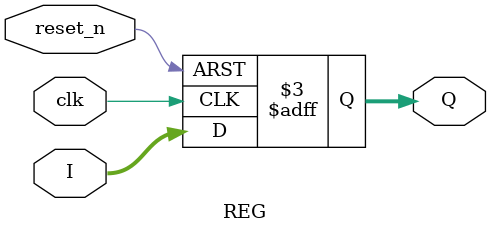
<source format=v>
module REG 
#(parameter REG_WIDTH = 32)
(
	input clk, reset_n,
	input [REG_WIDTH-1:0] I,
	output reg [REG_WIDTH-1:0] Q
	);

always@(posedge clk, negedge reset_n) begin
	if(~reset_n) 
		Q <= 0;
	else 
		Q<= I;
end
endmodule
</source>
